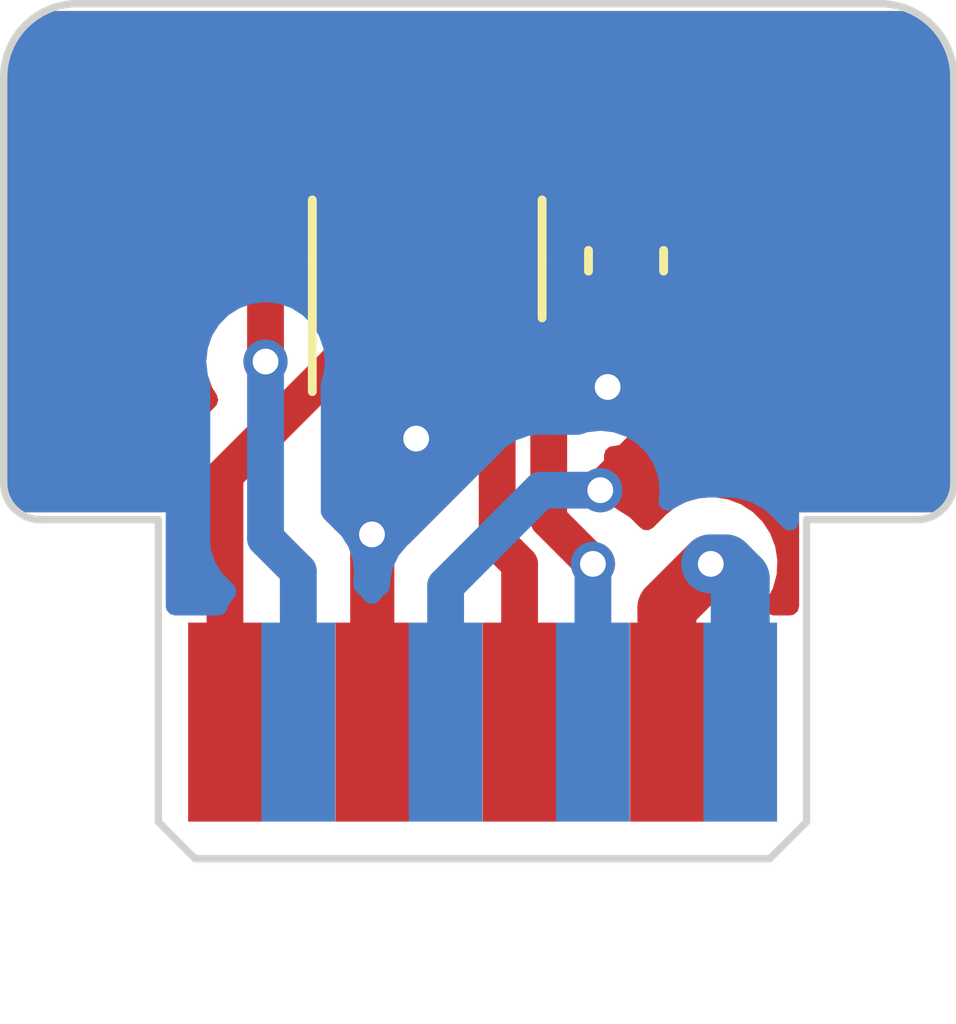
<source format=kicad_pcb>
(kicad_pcb (version 20221018) (generator pcbnew)
  (layers (0 "F.Cu" signal) (1 "In1.Cu" signal) (2 "In2.Cu" signal) (31 "B.Cu" signal) (34 "B.Paste" user) (35 "F.Paste" user) (36 "B.SilkS" user "B.Silkscreen") (37 "F.SilkS" user "F.Silkscreen") (38 "B.Mask" user) (39 "F.Mask" user) (44 "Edge.Cuts" user))
  (net 0 "")
  (net 1 "GND")
  (net 2 "Net-(J1-Pin_1)")
  (net 3 "Net-(J1-Pin_2)")
  (net 4 "Net-(J1-Pin_5)")
  (net 5 "Net-(J1-Pin_6)")
  (net 6 "Net-(J1-Pin_7)")
  (net 7 "VCC")
  (footprint "Capacitor_SMD:C_0603_1608Metric" (layer "F.Cu") (at 131.15 83.4875 -90)
    (fp_text reference "C1" hide)
    (fp_text value "100n" hide)
    (fp_line (start -0.14058 -0.51) (end 0.14058 -0.51) (stroke (width 0.12)) (layer "F.SilkS"))
    (fp_line (start -0.14058 0.51) (end 0.14058 0.51) (stroke (width 0.12)) (layer "F.SilkS"))
    (pad "1" smd roundrect (at -0.775 0 270) (size 0.9 0.95) (layers "F.Cu" "F.Paste" "F.Mask") (net 7 "VCC"))
    (pad "2" smd roundrect (at 0.775 0 270) (size 0.9 0.95) (layers "F.Cu" "F.Paste" "F.Mask") (net 1 "GND"))
  )
  (footprint "components:board_edge_2x4" (layer "F.Cu") (at 129.2 91.1)
    (fp_text reference "J1" hide)
    (fp_text value "Conn_02x04_Odd_Even" hide)
    (pad "1" smd rect (at -3.495733 -1.353641) (size 1 2.7) (layers "F.Cu" "F.Paste" "F.Mask") (net 2 "Net-(J1-Pin_1)"))
    (pad "2" smd rect (at -2.5 -1.353641) (size 1 2.7) (layers "B.Cu" "B.Paste" "B.Mask") (net 3 "Net-(J1-Pin_2)"))
    (pad "3" smd rect (at -1.495733 -1.353641) (size 1 2.7) (layers "F.Cu" "F.Paste" "F.Mask") (net 1 "GND"))
    (pad "4" smd rect (at -0.5 -1.353641) (size 1 2.7) (layers "B.Cu" "B.Paste" "B.Mask") (net 7 "VCC"))
    (pad "5" smd rect (at 0.504267 -1.353641) (size 1 2.7) (layers "F.Cu" "F.Paste" "F.Mask") (net 4 "Net-(J1-Pin_5)"))
    (pad "6" smd rect (at 1.5 -1.353641) (size 1 2.7) (layers "B.Cu" "B.Paste" "B.Mask") (net 5 "Net-(J1-Pin_6)"))
    (pad "7" smd rect (at 2.504267 -1.353641) (size 1 2.7) (layers "F.Cu" "F.Paste" "F.Mask") (net 6 "Net-(J1-Pin_7)"))
    (pad "8" smd rect (at 3.5 -1.353641) (size 1 2.7) (layers "B.Cu" "B.Paste" "B.Mask") (net 6 "Net-(J1-Pin_7)"))
  )
  (footprint "Package_TO_SOT_SMD:SOT-23-6" (layer "F.Cu") (at 128.45 83.4625 90)
    (fp_text reference "U1" hide)
    (fp_text value "ATtiny10" hide)
    (fp_line (start 0 -1.56) (end -1.8 -1.56) (stroke (width 0.12)) (layer "F.SilkS"))
    (fp_line (start 0 -1.56) (end 0.8 -1.56) (stroke (width 0.12)) (layer "F.SilkS"))
    (fp_line (start 0 1.56) (end -0.8 1.56) (stroke (width 0.12)) (layer "F.SilkS"))
    (fp_line (start 0 1.56) (end 0.8 1.56) (stroke (width 0.12)) (layer "F.SilkS"))
    (pad "1" smd roundrect (at -1.1375 -0.95 90) (size 1.325 0.6) (layers "F.Cu" "F.Paste" "F.Mask") (net 2 "Net-(J1-Pin_1)"))
    (pad "2" smd roundrect (at -1.1375 0 90) (size 1.325 0.6) (layers "F.Cu" "F.Paste" "F.Mask") (net 1 "GND"))
    (pad "3" smd roundrect (at -1.1375 0.95 90) (size 1.325 0.6) (layers "F.Cu" "F.Paste" "F.Mask") (net 4 "Net-(J1-Pin_5)"))
    (pad "4" smd roundrect (at 1.1375 0.95 90) (size 1.325 0.6) (layers "F.Cu" "F.Paste" "F.Mask") (net 5 "Net-(J1-Pin_6)"))
    (pad "5" smd roundrect (at 1.1375 0 90) (size 1.325 0.6) (layers "F.Cu" "F.Paste" "F.Mask") (net 7 "VCC"))
    (pad "6" smd roundrect (at 1.1375 -0.95 90) (size 1.325 0.6) (layers "F.Cu" "F.Paste" "F.Mask") (net 3 "Net-(J1-Pin_2)"))
  )
  (gr_line (start 133.6 91.1) (end 133.6 87) (stroke (width 0.1)) (layer "Edge.Cuts"))
  (gr_line (start 133.6 87) (end 135.1 87) (stroke (width 0.1)) (layer "Edge.Cuts"))
  (gr_line (start 124.8 87) (end 124.8 91.1) (stroke (width 0.1)) (layer "Edge.Cuts"))
  (gr_line (start 133.1 91.6) (end 133.6 91.1) (stroke (width 0.1)) (layer "Edge.Cuts"))
  (gr_line (start 135.6 86.5) (end 135.6 81) (stroke (width 0.1)) (layer "Edge.Cuts"))
  (gr_arc (start 123.2 87) (mid 122.846447 86.853553) (end 122.7 86.5) (stroke (width 0.1)) (layer "Edge.Cuts"))
  (gr_line (start 123.2 87) (end 124.8 87) (stroke (width 0.1)) (layer "Edge.Cuts"))
  (gr_line (start 122.7 81) (end 122.7 86.5) (stroke (width 0.1)) (layer "Edge.Cuts"))
  (gr_line (start 134.6 80) (end 123.7 80) (stroke (width 0.1)) (layer "Edge.Cuts"))
  (gr_line (start 125.3 91.6) (end 133.1 91.6) (stroke (width 0.1)) (layer "Edge.Cuts"))
  (gr_arc (start 135.6 86.5) (mid 135.453553 86.853553) (end 135.1 87) (stroke (width 0.1)) (layer "Edge.Cuts"))
  (gr_arc (start 122.7 81) (mid 122.992893 80.292893) (end 123.7 80) (stroke (width 0.1)) (layer "Edge.Cuts"))
  (gr_line (start 124.8 91.1) (end 125.3 91.6) (stroke (width 0.1)) (layer "Edge.Cuts"))
  (gr_arc (start 134.6 80) (mid 135.307107 80.292893) (end 135.6 81) (stroke (width 0.1)) (layer "Edge.Cuts"))
  (segment (start 128.45 84.6) (end 128.45 85.75) (width 0.6) (layer "F.Cu") (net 1))
  (segment (start 127.704267 87.204267) (end 127.7 87.2) (width 0.6) (layer "F.Cu") (net 1))
  (segment (start 131.15 84.2625) (end 131.15 84.95) (width 0.6) (layer "F.Cu") (net 1))
  (segment (start 127.704267 89.746359) (end 127.704267 87.204267) (width 0.6) (layer "F.Cu") (net 1))
  (segment (start 131.15 84.95) (end 130.9 85.2) (width 0.6) (layer "F.Cu") (net 1))
  (segment (start 128.45 85.75) (end 128.3 85.9) (width 0.6) (layer "F.Cu") (net 1))
  (via (at 130.9 85.2) (size 0.6) (drill 0.35) (layers "F.Cu" "B.Cu") (net 1))
  (via (at 127.7 87.2) (size 0.6) (drill 0.35) (layers "F.Cu" "B.Cu") (net 1))
  (via (at 128.3 85.9) (size 0.6) (drill 0.35) (layers "F.Cu" "B.Cu") (net 1))
  (segment (start 125.704267 86.504267) (end 125.704267 89.746359) (width 0.5) (layer "F.Cu") (net 2))
  (segment (start 125.7 86.4) (end 125.7 86.5) (width 0.5) (layer "F.Cu") (net 2))
  (segment (start 127.5 84.6) (end 125.7 86.4) (width 0.5) (layer "F.Cu") (net 2))
  (segment (start 125.7 86.5) (end 125.704267 86.504267) (width 0.5) (layer "F.Cu") (net 2))
  (segment (start 127.5 82.325) (end 126.255025 83.569975) (width 0.5) (layer "F.Cu") (net 3))
  (segment (start 126.255025 83.569975) (end 126.255025 84.855025) (width 0.5) (layer "F.Cu") (net 3))
  (via (at 126.255025 84.855025) (size 0.6) (drill 0.35) (layers "F.Cu" "B.Cu") (net 3))
  (segment (start 126.7 87.7) (end 126.7 89.746359) (width 0.5) (layer "B.Cu") (net 3))
  (segment (start 126.255025 87.255025) (end 126.7 87.7) (width 0.5) (layer "B.Cu") (net 3))
  (segment (start 126.255025 84.855025) (end 126.255025 87.255025) (width 0.5) (layer "B.Cu") (net 3))
  (segment (start 129.4 84.6) (end 129.4 87.3) (width 0.5) (layer "F.Cu") (net 4))
  (segment (start 129.4 87.3) (end 129.704267 87.604267) (width 0.5) (layer "F.Cu") (net 4))
  (segment (start 129.704267 87.604267) (end 129.704267 89.746359) (width 0.5) (layer "F.Cu") (net 4))
  (segment (start 130.1 87) (end 130.7 87.6) (width 0.5) (layer "F.Cu") (net 5))
  (segment (start 129.4 82.325) (end 130.1 83.025) (width 0.5) (layer "F.Cu") (net 5))
  (segment (start 130.1 83.025) (end 130.1 87) (width 0.5) (layer "F.Cu") (net 5))
  (via (at 130.7 87.6) (size 0.6) (drill 0.35) (layers "F.Cu" "B.Cu") (net 5))
  (segment (start 130.7 87.6) (end 130.7 89.746359) (width 0.5) (layer "B.Cu") (net 5))
  (segment (start 131.704267 89.746359) (end 131.704267 88.195733) (width 0.8) (layer "F.Cu") (net 6))
  (segment (start 131.704267 88.195733) (end 132.3 87.6) (width 0.8) (layer "F.Cu") (net 6))
  (via (at 132.3 87.6) (size 0.6) (drill 0.35) (layers "F.Cu" "B.Cu") (net 6))
  (segment (start 132.3 87.6) (end 132.5 87.6) (width 0.8) (layer "B.Cu") (net 6))
  (segment (start 132.7 87.8) (end 132.7 89.746359) (width 0.8) (layer "B.Cu") (net 6))
  (segment (start 132.5 87.6) (end 132.7 87.8) (width 0.8) (layer "B.Cu") (net 6))
  (segment (start 131.15 81.85) (end 131.15 82.7125) (width 0.5) (layer "F.Cu") (net 7))
  (segment (start 131.15 82.7125) (end 132.025 83.5875) (width 0.5) (layer "F.Cu") (net 7))
  (segment (start 128.45 81.830526) (end 129.018026 81.2625) (width 0.5) (layer "F.Cu") (net 7))
  (segment (start 130.5625 81.2625) (end 131.15 81.85) (width 0.5) (layer "F.Cu") (net 7))
  (segment (start 132.025 85.375) (end 130.8 86.6) (width 0.5) (layer "F.Cu") (net 7))
  (segment (start 132.025 83.5875) (end 132.025 85.375) (width 0.5) (layer "F.Cu") (net 7))
  (segment (start 129.018026 81.2625) (end 130.5625 81.2625) (width 0.5) (layer "F.Cu") (net 7))
  (segment (start 128.45 82.325) (end 128.45 81.830526) (width 0.5) (layer "F.Cu") (net 7))
  (via (at 130.8 86.6) (size 0.6) (drill 0.35) (layers "F.Cu" "B.Cu") (net 7))
  (segment (start 128.7 87.896359) (end 128.7 89.746359) (width 0.5) (layer "B.Cu") (net 7))
  (segment (start 129.996359 86.6) (end 128.7 87.896359) (width 0.5) (layer "B.Cu") (net 7))
  (segment (start 130.8 86.6) (end 129.996359 86.6) (width 0.5) (layer "B.Cu") (net 7))
  (zone (net 7) (net_name "VCC") (layer "F.Cu") (priority 1) (connect_pads (clearance 0.5)) (min_thickness 0.25) (fill yes (thermal_gap 0.5) (thermal_bridge_width 0.5))
    (polygon (pts (xy 124.9 88.3) (xy 133.5 88.3) (xy 133.5 86.9) (xy 135.6 86.9) (xy 135.6 80.1) (xy 122.7 80.1) (xy 122.7 86.9) (xy 124.9 86.9)))
  )
  (zone (net 1) (net_name "GND") (layer "B.Cu") (connect_pads (clearance 0.5)) (min_thickness 0.25) (fill yes (thermal_gap 0.5) (thermal_bridge_width 0.5))
    (polygon (pts (xy 124.9 88.3) (xy 133.5 88.3) (xy 133.5 86.9) (xy 135.6 86.9) (xy 135.6 80.1) (xy 122.7 80.1) (xy 122.7 86.9) (xy 124.9 86.9)))
  )
)
</source>
